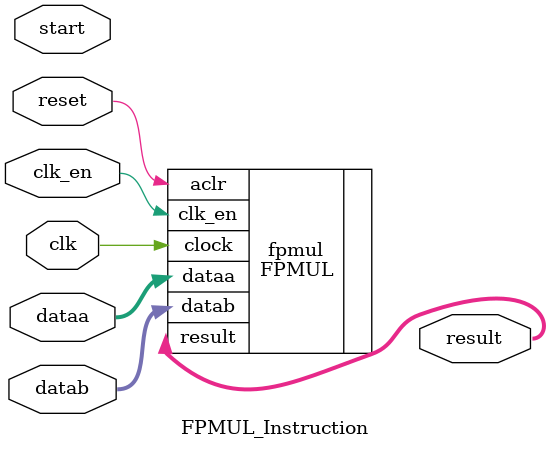
<source format=v>
module FPMUL_Instruction(
    clk,
    reset,
    clk_en,
    start,
    dataa,
    datab,
    result
);
    input clk, reset, clk_en;
    input start;

    input [31:0] dataa, datab;
    output [31:0] result;

    FPMUL fpmul(
        .aclr(reset),
	    .clk_en(clk_en),
	    .clock(clk),
	    .dataa(dataa),
	    .datab(datab),
	    .result(result));

endmodule

</source>
